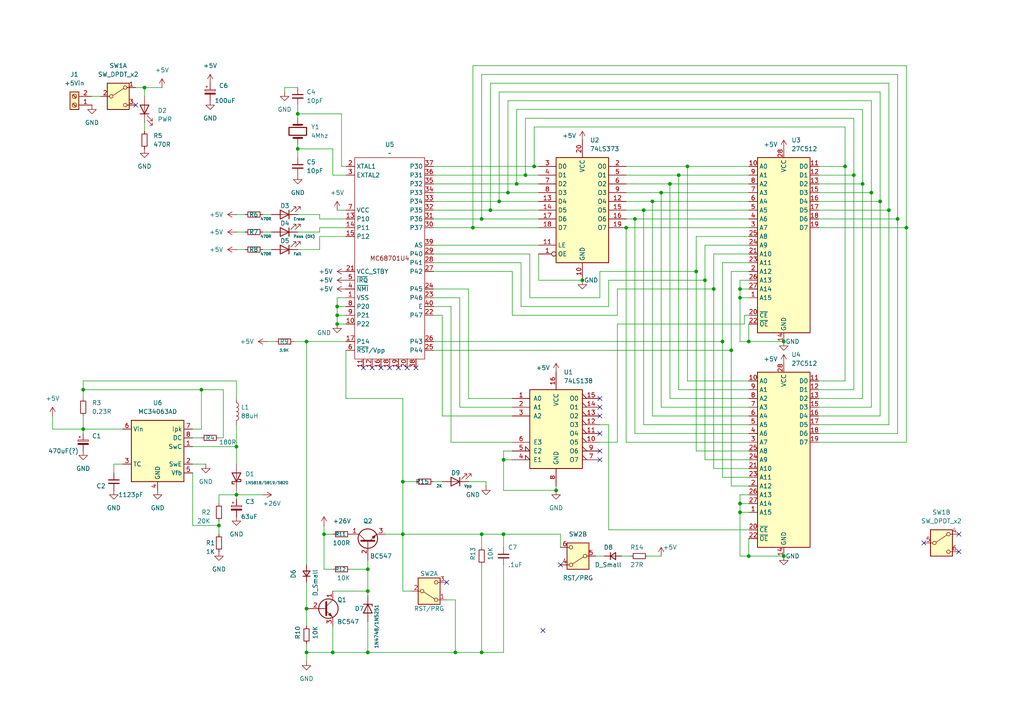
<source format=kicad_sch>
(kicad_sch (version 20231120) (generator "eeschema") (generator_version "8.0")
  (paper "A4")
  (title_block (title "MC68701U4 Programmer") (date "2024-12-07") (rev "0.8"))
  (junction (at 63.5 152.4))
  (junction (at 68.58 129.54))
  (junction (at 142.24 60.96))
  (junction (at 24.13 113.03))
  (junction (at 161.29 142.24))
  (junction (at 260.35 63.5))
  (junction (at 217.17 161.29))
  (junction (at 209.55 99.06))
  (junction (at 199.39 48.26))
  (junction (at 214.63 148.59))
  (junction (at 214.63 146.05))
  (junction (at 106.68 171.45))
  (junction (at 96.52 189.23))
  (junction (at 255.27 58.42))
  (junction (at 247.65 50.8))
  (junction (at 132.08 189.23))
  (junction (at 139.7 154.94))
  (junction (at 227.33 99.06))
  (junction (at 152.4 50.8))
  (junction (at 58.42 113.03))
  (junction (at 149.86 53.34))
  (junction (at 194.31 53.34))
  (junction (at 168.91 81.28))
  (junction (at 146.05 154.94))
  (junction (at 88.9 189.23))
  (junction (at 245.11 48.26))
  (junction (at 154.94 48.26))
  (junction (at 97.79 91.44))
  (junction (at 106.68 189.23))
  (junction (at 86.36 43.18))
  (junction (at 184.15 63.5))
  (junction (at 139.7 63.5))
  (junction (at 97.79 93.98))
  (junction (at 227.33 161.29))
  (junction (at 146.05 133.35))
  (junction (at 88.9 99.06))
  (junction (at 93.98 154.94))
  (junction (at 68.58 143.51))
  (junction (at 189.23 58.42))
  (junction (at 116.84 154.94))
  (junction (at 250.19 53.34))
  (junction (at 207.01 83.82))
  (junction (at 106.68 165.1))
  (junction (at 97.79 88.9))
  (junction (at 139.7 189.23))
  (junction (at 86.36 33.02))
  (junction (at 88.9 176.53))
  (junction (at 252.73 55.88))
  (junction (at 41.91 25.4))
  (junction (at 201.93 78.74))
  (junction (at 212.09 101.6))
  (junction (at 186.69 60.96))
  (junction (at 204.47 81.28))
  (junction (at 181.61 66.04))
  (junction (at 262.89 66.04))
  (junction (at 147.32 55.88))
  (junction (at 116.84 139.7))
  (junction (at 257.81 60.96))
  (junction (at 144.78 58.42))
  (junction (at 137.16 66.04))
  (junction (at 191.77 55.88))
  (junction (at 196.85 50.8))
  (junction (at 214.63 86.36))
  (junction (at 217.17 99.06))
  (junction (at 214.63 83.82))
  (junction (at 24.13 124.46))
  (no_connect (at 110.49 106.68))
  (no_connect (at 107.95 106.68))
  (no_connect (at 113.03 106.68))
  (no_connect (at 162.56 163.83))
  (no_connect (at 129.54 168.91))
  (no_connect (at 105.41 106.68))
  (no_connect (at 120.65 106.68))
  (no_connect (at 173.99 120.65))
  (no_connect (at 115.57 106.68))
  (no_connect (at 278.13 154.94))
  (no_connect (at 173.99 115.57))
  (no_connect (at 39.37 30.48))
  (no_connect (at 173.99 118.11))
  (no_connect (at 157.48 182.88))
  (no_connect (at 118.11 106.68))
  (no_connect (at 173.99 125.73))
  (no_connect (at 173.99 133.35))
  (no_connect (at 173.99 130.81))
  (no_connect (at 278.13 160.02))
  (no_connect (at 267.97 157.48))
  (wire (pts (xy 97.79 88.9) (xy 100.33 88.9)))
  (wire (pts (xy 68.58 110.49) (xy 68.58 115.57)))
  (wire (pts (xy 260.35 125.73) (xy 237.49 125.73)))
  (wire (pts (xy 212.09 101.6) (xy 212.09 140.97)))
  (wire (pts (xy 92.71 62.23) (xy 92.71 63.5)))
  (wire (pts (xy 77.47 99.06) (xy 80.01 99.06)))
  (wire (pts (xy 146.05 133.35) (xy 146.05 142.24)))
  (wire (pts (xy 86.36 25.4) (xy 82.55 25.4)))
  (wire (pts (xy 93.98 165.1) (xy 93.98 154.94)))
  (wire (pts (xy 237.49 58.42) (xy 255.27 58.42)))
  (wire (pts (xy 68.58 67.31) (xy 71.12 67.31)))
  (wire (pts (xy 68.58 142.24) (xy 68.58 143.51)))
  (wire (pts (xy 139.7 63.5) (xy 156.21 63.5)))
  (wire (pts (xy 214.63 146.05) (xy 214.63 148.59)))
  (wire (pts (xy 146.05 142.24) (xy 161.29 142.24)))
  (wire (pts (xy 130.81 128.27) (xy 148.59 128.27)))
  (wire (pts (xy 125.73 50.8) (xy 152.4 50.8)))
  (wire (pts (xy 100.33 101.6) (xy 100.33 115.57)))
  (wire (pts (xy 149.86 31.75) (xy 250.19 31.75)))
  (wire (pts (xy 179.07 93.98) (xy 215.9 93.98)))
  (wire (pts (xy 41.91 35.56) (xy 41.91 38.1)))
  (wire (pts (xy 96.52 50.8) (xy 96.52 43.18)))
  (wire (pts (xy 247.65 50.8) (xy 247.65 113.03)))
  (wire (pts (xy 33.02 134.62) (xy 33.02 137.16)))
  (wire (pts (xy 255.27 120.65) (xy 237.49 120.65)))
  (wire (pts (xy 140.97 139.7) (xy 140.97 140.97)))
  (wire (pts (xy 237.49 53.34) (xy 250.19 53.34)))
  (wire (pts (xy 63.5 152.4) (xy 63.5 154.94)))
  (wire (pts (xy 156.21 81.28) (xy 168.91 81.28)))
  (wire (pts (xy 204.47 71.12) (xy 204.47 81.28)))
  (wire (pts (xy 26.67 27.94) (xy 29.21 27.94)))
  (wire (pts (xy 106.68 162.56) (xy 106.68 165.1)))
  (wire (pts (xy 88.9 189.23) (xy 88.9 186.69)))
  (wire (pts (xy 135.89 115.57) (xy 148.59 115.57)))
  (wire (pts (xy 68.58 123.19) (xy 68.58 129.54)))
  (wire (pts (xy 100.33 50.8) (xy 96.52 50.8)))
  (wire (pts (xy 204.47 133.35) (xy 217.17 133.35)))
  (wire (pts (xy 181.61 128.27) (xy 217.17 128.27)))
  (wire (pts (xy 154.94 48.26) (xy 156.21 48.26)))
  (wire (pts (xy 237.49 55.88) (xy 252.73 55.88)))
  (wire (pts (xy 119.38 171.45) (xy 116.84 171.45)))
  (wire (pts (xy 250.19 115.57) (xy 237.49 115.57)))
  (wire (pts (xy 142.24 60.96) (xy 142.24 24.13)))
  (wire (pts (xy 96.52 165.1) (xy 93.98 165.1)))
  (wire (pts (xy 100.33 86.36) (xy 97.79 86.36)))
  (wire (pts (xy 132.08 173.99) (xy 132.08 189.23)))
  (wire (pts (xy 217.17 78.74) (xy 212.09 78.74)))
  (wire (pts (xy 125.73 63.5) (xy 139.7 63.5)))
  (wire (pts (xy 41.91 25.4) (xy 41.91 27.94)))
  (wire (pts (xy 153.67 86.36) (xy 153.67 73.66)))
  (wire (pts (xy 214.63 99.06) (xy 217.17 99.06)))
  (wire (pts (xy 214.63 86.36) (xy 214.63 99.06)))
  (wire (pts (xy 252.73 55.88) (xy 252.73 118.11)))
  (wire (pts (xy 250.19 53.34) (xy 250.19 115.57)))
  (wire (pts (xy 153.67 86.36) (xy 173.99 86.36)))
  (wire (pts (xy 173.99 78.74) (xy 173.99 86.36)))
  (wire (pts (xy 139.7 163.83) (xy 139.7 189.23)))
  (wire (pts (xy 214.63 148.59) (xy 214.63 161.29)))
  (wire (pts (xy 214.63 83.82) (xy 217.17 83.82)))
  (wire (pts (xy 257.81 24.13) (xy 257.81 60.96)))
  (wire (pts (xy 162.56 154.94) (xy 146.05 154.94)))
  (wire (pts (xy 63.5 127) (xy 64.77 127)))
  (wire (pts (xy 172.72 161.29) (xy 175.26 161.29)))
  (wire (pts (xy 181.61 60.96) (xy 186.69 60.96)))
  (wire (pts (xy 214.63 148.59) (xy 217.17 148.59)))
  (wire (pts (xy 187.96 161.29) (xy 191.77 161.29)))
  (wire (pts (xy 212.09 78.74) (xy 212.09 101.6)))
  (wire (pts (xy 99.06 48.26) (xy 100.33 48.26)))
  (wire (pts (xy 162.56 158.75) (xy 162.56 154.94)))
  (wire (pts (xy 96.52 189.23) (xy 88.9 189.23)))
  (wire (pts (xy 68.58 72.39) (xy 71.12 72.39)))
  (wire (pts (xy 146.05 163.83) (xy 146.05 189.23)))
  (wire (pts (xy 64.77 127) (xy 64.77 113.03)))
  (wire (pts (xy 201.93 78.74) (xy 173.99 78.74)))
  (wire (pts (xy 212.09 101.6) (xy 125.73 101.6)))
  (wire (pts (xy 93.98 154.94) (xy 96.52 154.94)))
  (wire (pts (xy 181.61 66.04) (xy 217.17 66.04)))
  (wire (pts (xy 217.17 68.58) (xy 201.93 68.58)))
  (wire (pts (xy 186.69 60.96) (xy 186.69 123.19)))
  (wire (pts (xy 152.4 34.29) (xy 247.65 34.29)))
  (wire (pts (xy 86.36 34.29) (xy 86.36 33.02)))
  (wire (pts (xy 15.24 120.65) (xy 15.24 124.46)))
  (wire (pts (xy 191.77 118.11) (xy 217.17 118.11)))
  (wire (pts (xy 196.85 113.03) (xy 217.17 113.03)))
  (wire (pts (xy 63.5 146.05) (xy 63.5 143.51)))
  (wire (pts (xy 139.7 63.5) (xy 139.7 21.59)))
  (wire (pts (xy 139.7 189.23) (xy 132.08 189.23)))
  (wire (pts (xy 209.55 138.43) (xy 217.17 138.43)))
  (wire (pts (xy 176.53 88.9) (xy 151.13 88.9)))
  (wire (pts (xy 86.36 67.31) (xy 92.71 67.31)))
  (wire (pts (xy 24.13 110.49) (xy 24.13 113.03)))
  (wire (pts (xy 146.05 130.81) (xy 146.05 133.35)))
  (wire (pts (xy 55.88 134.62) (xy 59.69 134.62)))
  (wire (pts (xy 179.07 93.98) (xy 179.07 128.27)))
  (wire (pts (xy 137.16 19.05) (xy 262.89 19.05)))
  (wire (pts (xy 255.27 26.67) (xy 255.27 58.42)))
  (wire (pts (xy 24.13 124.46) (xy 24.13 125.73)))
  (wire (pts (xy 144.78 58.42) (xy 156.21 58.42)))
  (wire (pts (xy 153.67 73.66) (xy 125.73 73.66)))
  (wire (pts (xy 214.63 146.05) (xy 217.17 146.05)))
  (wire (pts (xy 147.32 55.88) (xy 147.32 29.21)))
  (wire (pts (xy 24.13 124.46) (xy 35.56 124.46)))
  (wire (pts (xy 24.13 115.57) (xy 24.13 113.03)))
  (wire (pts (xy 152.4 50.8) (xy 156.21 50.8)))
  (wire (pts (xy 106.68 171.45) (xy 106.68 172.72)))
  (wire (pts (xy 68.58 62.23) (xy 71.12 62.23)))
  (wire (pts (xy 147.32 55.88) (xy 156.21 55.88)))
  (wire (pts (xy 15.24 124.46) (xy 24.13 124.46)))
  (wire (pts (xy 214.63 86.36) (xy 217.17 86.36)))
  (wire (pts (xy 207.01 135.89) (xy 217.17 135.89)))
  (wire (pts (xy 35.56 134.62) (xy 33.02 134.62)))
  (wire (pts (xy 24.13 110.49) (xy 68.58 110.49)))
  (wire (pts (xy 76.2 67.31) (xy 78.74 67.31)))
  (wire (pts (xy 99.06 33.02) (xy 99.06 48.26)))
  (wire (pts (xy 133.35 86.36) (xy 133.35 118.11)))
  (wire (pts (xy 116.84 139.7) (xy 116.84 154.94)))
  (wire (pts (xy 86.36 33.02) (xy 99.06 33.02)))
  (wire (pts (xy 217.17 73.66) (xy 207.01 73.66)))
  (wire (pts (xy 142.24 24.13) (xy 257.81 24.13)))
  (wire (pts (xy 181.61 63.5) (xy 184.15 63.5)))
  (wire (pts (xy 128.27 120.65) (xy 148.59 120.65)))
  (wire (pts (xy 217.17 99.06) (xy 227.33 99.06)))
  (wire (pts (xy 252.73 118.11) (xy 237.49 118.11)))
  (wire (pts (xy 217.17 161.29) (xy 227.33 161.29)))
  (wire (pts (xy 92.71 68.58) (xy 100.33 68.58)))
  (wire (pts (xy 148.59 130.81) (xy 146.05 130.81)))
  (wire (pts (xy 129.54 173.99) (xy 132.08 173.99)))
  (wire (pts (xy 181.61 55.88) (xy 191.77 55.88)))
  (wire (pts (xy 125.73 55.88) (xy 147.32 55.88)))
  (wire (pts (xy 194.31 53.34) (xy 217.17 53.34)))
  (wire (pts (xy 68.58 129.54) (xy 68.58 134.62)))
  (wire (pts (xy 125.73 66.04) (xy 137.16 66.04)))
  (wire (pts (xy 196.85 50.8) (xy 217.17 50.8)))
  (wire (pts (xy 128.27 91.44) (xy 125.73 91.44)))
  (wire (pts (xy 58.42 113.03) (xy 58.42 124.46)))
  (wire (pts (xy 247.65 113.03) (xy 237.49 113.03)))
  (wire (pts (xy 106.68 165.1) (xy 106.68 171.45)))
  (wire (pts (xy 262.89 66.04) (xy 262.89 128.27)))
  (wire (pts (xy 260.35 63.5) (xy 260.35 125.73)))
  (wire (pts (xy 214.63 81.28) (xy 214.63 83.82)))
  (wire (pts (xy 86.36 62.23) (xy 92.71 62.23)))
  (wire (pts (xy 111.76 154.94) (xy 116.84 154.94)))
  (wire (pts (xy 260.35 21.59) (xy 260.35 63.5)))
  (wire (pts (xy 154.94 36.83) (xy 245.11 36.83)))
  (wire (pts (xy 186.69 60.96) (xy 217.17 60.96)))
  (wire (pts (xy 186.69 123.19) (xy 217.17 123.19)))
  (wire (pts (xy 68.58 143.51) (xy 68.58 144.78)))
  (wire (pts (xy 199.39 48.26) (xy 199.39 110.49)))
  (wire (pts (xy 262.89 128.27) (xy 237.49 128.27)))
  (wire (pts (xy 215.9 93.98) (xy 215.9 91.44)))
  (wire (pts (xy 142.24 60.96) (xy 156.21 60.96)))
  (wire (pts (xy 201.93 130.81) (xy 217.17 130.81)))
  (wire (pts (xy 181.61 53.34) (xy 194.31 53.34)))
  (wire (pts (xy 207.01 73.66) (xy 207.01 83.82)))
  (wire (pts (xy 55.88 129.54) (xy 68.58 129.54)))
  (wire (pts (xy 209.55 99.06) (xy 125.73 99.06)))
  (wire (pts (xy 255.27 58.42) (xy 255.27 120.65)))
  (wire (pts (xy 139.7 21.59) (xy 260.35 21.59)))
  (wire (pts (xy 132.08 189.23) (xy 106.68 189.23)))
  (wire (pts (xy 179.07 128.27) (xy 173.99 128.27)))
  (wire (pts (xy 63.5 143.51) (xy 68.58 143.51)))
  (wire (pts (xy 106.68 189.23) (xy 96.52 189.23)))
  (wire (pts (xy 149.86 53.34) (xy 156.21 53.34)))
  (wire (pts (xy 214.63 143.51) (xy 214.63 146.05)))
  (wire (pts (xy 125.73 88.9) (xy 130.81 88.9)))
  (wire (pts (xy 93.98 152.4) (xy 93.98 154.94)))
  (wire (pts (xy 24.13 113.03) (xy 58.42 113.03)))
  (wire (pts (xy 257.81 60.96) (xy 257.81 123.19)))
  (wire (pts (xy 245.11 36.83) (xy 245.11 48.26)))
  (wire (pts (xy 133.35 118.11) (xy 148.59 118.11)))
  (wire (pts (xy 181.61 48.26) (xy 199.39 48.26)))
  (wire (pts (xy 116.84 171.45) (xy 116.84 154.94)))
  (wire (pts (xy 76.2 62.23) (xy 78.74 62.23)))
  (wire (pts (xy 101.6 165.1) (xy 106.68 165.1)))
  (wire (pts (xy 146.05 189.23) (xy 139.7 189.23)))
  (wire (pts (xy 217.17 76.2) (xy 209.55 76.2)))
  (wire (pts (xy 97.79 86.36) (xy 97.79 88.9)))
  (wire (pts (xy 237.49 63.5) (xy 260.35 63.5)))
  (wire (pts (xy 181.61 66.04) (xy 181.61 128.27)))
  (wire (pts (xy 237.49 48.26) (xy 245.11 48.26)))
  (wire (pts (xy 86.36 43.18) (xy 86.36 45.72)))
  (wire (pts (xy 173.99 123.19) (xy 176.53 123.19)))
  (wire (pts (xy 137.16 66.04) (xy 156.21 66.04)))
  (wire (pts (xy 214.63 83.82) (xy 214.63 86.36)))
  (wire (pts (xy 63.5 151.13) (xy 63.5 152.4)))
  (wire (pts (xy 86.36 72.39) (xy 92.71 72.39)))
  (wire (pts (xy 116.84 115.57) (xy 116.84 139.7)))
  (wire (pts (xy 76.2 72.39) (xy 78.74 72.39)))
  (wire (pts (xy 194.31 53.34) (xy 194.31 115.57)))
  (wire (pts (xy 207.01 83.82) (xy 179.07 83.82)))
  (wire (pts (xy 137.16 66.04) (xy 137.16 19.05)))
  (wire (pts (xy 237.49 66.04) (xy 262.89 66.04)))
  (wire (pts (xy 189.23 120.65) (xy 217.17 120.65)))
  (wire (pts (xy 130.81 88.9) (xy 130.81 128.27)))
  (wire (pts (xy 125.73 53.34) (xy 149.86 53.34)))
  (wire (pts (xy 212.09 140.97) (xy 217.17 140.97)))
  (wire (pts (xy 39.37 25.4) (xy 41.91 25.4)))
  (wire (pts (xy 100.33 115.57) (xy 116.84 115.57)))
  (wire (pts (xy 100.33 91.44) (xy 97.79 91.44)))
  (wire (pts (xy 125.73 60.96) (xy 142.24 60.96)))
  (wire (pts (xy 125.73 139.7) (xy 128.27 139.7)))
  (wire (pts (xy 24.13 120.65) (xy 24.13 124.46)))
  (wire (pts (xy 189.23 58.42) (xy 217.17 58.42)))
  (wire (pts (xy 252.73 29.21) (xy 252.73 55.88)))
  (wire (pts (xy 201.93 78.74) (xy 201.93 130.81)))
  (wire (pts (xy 92.71 66.04) (xy 100.33 66.04)))
  (wire (pts (xy 184.15 63.5) (xy 184.15 125.73)))
  (wire (pts (xy 191.77 55.88) (xy 217.17 55.88)))
  (wire (pts (xy 135.89 83.82) (xy 135.89 115.57)))
  (wire (pts (xy 154.94 48.26) (xy 154.94 36.83)))
  (wire (pts (xy 144.78 26.67) (xy 255.27 26.67)))
  (wire (pts (xy 100.33 93.98) (xy 97.79 93.98)))
  (wire (pts (xy 181.61 50.8) (xy 196.85 50.8)))
  (wire (pts (xy 92.71 63.5) (xy 100.33 63.5)))
  (wire (pts (xy 146.05 158.75) (xy 146.05 154.94)))
  (wire (pts (xy 151.13 76.2) (xy 125.73 76.2)))
  (wire (pts (xy 201.93 68.58) (xy 201.93 78.74)))
  (wire (pts (xy 148.59 91.44) (xy 148.59 78.74)))
  (wire (pts (xy 181.61 58.42) (xy 189.23 58.42)))
  (wire (pts (xy 97.79 93.98) (xy 97.79 91.44)))
  (wire (pts (xy 97.79 60.96) (xy 100.33 60.96)))
  (wire (pts (xy 86.36 41.91) (xy 86.36 43.18)))
  (wire (pts (xy 92.71 67.31) (xy 92.71 66.04)))
  (wire (pts (xy 76.2 143.51) (xy 68.58 143.51)))
  (wire (pts (xy 217.17 71.12) (xy 204.47 71.12)))
  (wire (pts (xy 96.52 43.18) (xy 86.36 43.18)))
  (wire (pts (xy 55.88 152.4) (xy 63.5 152.4)))
  (wire (pts (xy 125.73 48.26) (xy 154.94 48.26)))
  (wire (pts (xy 179.07 83.82) (xy 179.07 91.44)))
  (wire (pts (xy 204.47 81.28) (xy 176.53 81.28)))
  (wire (pts (xy 146.05 133.35) (xy 148.59 133.35)))
  (wire (pts (xy 88.9 99.06) (xy 100.33 99.06)))
  (wire (pts (xy 191.77 55.88) (xy 191.77 118.11)))
  (wire (pts (xy 199.39 48.26) (xy 217.17 48.26)))
  (wire (pts (xy 189.23 58.42) (xy 189.23 120.65)))
  (wire (pts (xy 88.9 176.53) (xy 88.9 181.61)))
  (wire (pts (xy 55.88 137.16) (xy 55.88 152.4)))
  (wire (pts (xy 209.55 76.2) (xy 209.55 99.06)))
  (wire (pts (xy 88.9 99.06) (xy 88.9 163.83)))
  (wire (pts (xy 250.19 31.75) (xy 250.19 53.34)))
  (wire (pts (xy 148.59 78.74) (xy 125.73 78.74)))
  (wire (pts (xy 217.17 143.51) (xy 214.63 143.51)))
  (wire (pts (xy 217.17 156.21) (xy 217.17 161.29)))
  (wire (pts (xy 196.85 50.8) (xy 196.85 113.03)))
  (wire (pts (xy 152.4 50.8) (xy 152.4 34.29)))
  (wire (pts (xy 106.68 180.34) (xy 106.68 189.23)))
  (wire (pts (xy 64.77 113.03) (xy 58.42 113.03)))
  (wire (pts (xy 88.9 191.77) (xy 88.9 189.23)))
  (wire (pts (xy 176.53 153.67) (xy 217.17 153.67)))
  (wire (pts (xy 116.84 139.7) (xy 120.65 139.7)))
  (wire (pts (xy 135.89 139.7) (xy 140.97 139.7)))
  (wire (pts (xy 184.15 63.5) (xy 217.17 63.5)))
  (wire (pts (xy 151.13 88.9) (xy 151.13 76.2)))
  (wire (pts (xy 179.07 91.44) (xy 148.59 91.44)))
  (wire (pts (xy 149.86 53.34) (xy 149.86 31.75)))
  (wire (pts (xy 86.36 30.48) (xy 86.36 33.02)))
  (wire (pts (xy 209.55 99.06) (xy 209.55 138.43)))
  (wire (pts (xy 58.42 124.46) (xy 55.88 124.46)))
  (wire (pts (xy 245.11 48.26) (xy 245.11 110.49)))
  (wire (pts (xy 97.79 91.44) (xy 97.79 88.9)))
  (wire (pts (xy 199.39 110.49) (xy 217.17 110.49)))
  (wire (pts (xy 184.15 125.73) (xy 217.17 125.73)))
  (wire (pts (xy 237.49 50.8) (xy 247.65 50.8)))
  (wire (pts (xy 176.53 123.19) (xy 176.53 153.67)))
  (wire (pts (xy 156.21 73.66) (xy 156.21 81.28)))
  (wire (pts (xy 147.32 29.21) (xy 252.73 29.21)))
  (wire (pts (xy 92.71 72.39) (xy 92.71 68.58)))
  (wire (pts (xy 146.05 154.94) (xy 139.7 154.94)))
  (wire (pts (xy 139.7 158.75) (xy 139.7 154.94)))
  (wire (pts (xy 55.88 127) (xy 58.42 127)))
  (wire (pts (xy 125.73 71.12) (xy 156.21 71.12)))
  (wire (pts (xy 128.27 91.44) (xy 128.27 120.65)))
  (wire (pts (xy 215.9 91.44) (xy 217.17 91.44)))
  (wire (pts (xy 88.9 168.91) (xy 88.9 176.53)))
  (wire (pts (xy 180.34 161.29) (xy 182.88 161.29)))
  (wire (pts (xy 125.73 58.42) (xy 144.78 58.42)))
  (wire (pts (xy 237.49 60.96) (xy 257.81 60.96)))
  (wire (pts (xy 247.65 34.29) (xy 247.65 50.8)))
  (wire (pts (xy 161.29 142.24) (xy 161.29 140.97)))
  (wire (pts (xy 96.52 181.61) (xy 96.52 189.23)))
  (wire (pts (xy 245.11 110.49) (xy 237.49 110.49)))
  (wire (pts (xy 125.73 83.82) (xy 135.89 83.82)))
  (wire (pts (xy 96.52 171.45) (xy 106.68 171.45)))
  (wire (pts (xy 82.55 25.4) (xy 82.55 26.67)))
  (wire (pts (xy 214.63 161.29) (xy 217.17 161.29)))
  (wire (pts (xy 262.89 19.05) (xy 262.89 66.04)))
  (wire (pts (xy 139.7 154.94) (xy 116.84 154.94)))
  (wire (pts (xy 217.17 81.28) (xy 214.63 81.28)))
  (wire (pts (xy 125.73 86.36) (xy 133.35 86.36)))
  (wire (pts (xy 41.91 25.4) (xy 46.99 25.4)))
  (wire (pts (xy 194.31 115.57) (xy 217.17 115.57)))
  (wire (pts (xy 144.78 58.42) (xy 144.78 26.67)))
  (wire (pts (xy 207.01 83.82) (xy 207.01 135.89)))
  (wire (pts (xy 176.53 81.28) (xy 176.53 88.9)))
  (wire (pts (xy 257.81 123.19) (xy 237.49 123.19)))
  (wire (pts (xy 217.17 93.98) (xy 217.17 99.06)))
  (wire (pts (xy 85.09 99.06) (xy 88.9 99.06)))
  (wire (pts (xy 204.47 81.28) (xy 204.47 133.35)))
  (symbol (lib_id "Device:C_Polarized_Small") (at 24.13 128.27 0) (unit 1)
    (property "Reference" "C1" (at 26.67 126.4538 0) (effects (justify left)))
    (property "Value" "470uF(?)" (at 13.97 130.81 0) (effects (justify left)))
    (property "Footprint" "Capacitor_THT:CP_Radial_D5.0mm_P2.50mm" (effects (hide yes)))
    (property "Description" "Polarized capacitor, small symbol" (effects (hide yes)))
  )
  (symbol (lib_id "Device:LED") (at 132.08 139.7 180) (unit 1)
    (property "Reference" "D9" (at 130.81 137.16 0) (effects (justify right)))
    (property "Value" "Vpp" (at 134.62 140.97 0) (effects (font (size 0.8 0.8)) (justify right)))
    (property "Footprint" "LED_THT:LED_D5.0mm" (effects (hide yes)))
    (property "Description" "Light emitting diode" (effects (hide yes)))
  )
  (symbol (lib_id "Device:L") (at 68.58 119.38 0) (unit 1)
    (property "Reference" "L1" (at 69.85 118.1099 0) (effects (justify left)))
    (property "Value" "88uH" (at 69.85 120.6499 0) (effects (justify left)))
    (property "Footprint" "footprints:IND_FIT68-1" (effects (hide yes)))
    (property "Description" "Inductor" (effects (hide yes)))
  )
  (symbol (lib_id "power:GND") (at 59.69 134.62 0) (unit 1)
    (property "Reference" "#PWR03" (effects (hide yes)))
    (property "Value" "GND" (at 59.69 139.7 0))
    (property "Description" "Power symbol creates a global label with name \"GND\" , ground" (effects (hide yes)))
  )
  (symbol (lib_id "power:+24V") (at 76.2 143.51 270) (unit 1)
    (property "Reference" "#PWR07" (effects (hide yes)))
    (property "Value" "+26V" (at 76.2 146.05 90) (effects (justify left)))
    (property "Description" "Power symbol creates a global label with name \"+24V\"" (effects (hide yes)))
  )
  (symbol (lib_id "Device:R_Small") (at 82.55 99.06 90) (unit 1)
    (property "Reference" "R9" (at 83.82 99.06 90) (effects (justify left)))
    (property "Value" "3.9K" (at 83.82 101.6 90) (effects (font (size 0.8 0.8)) (justify left)))
    (property "Footprint" "Resistor_THT:R_Axial_DIN0207_L6.3mm_D2.5mm_P10.16mm_Horizontal" (effects (hide yes)))
    (property "Description" "Resistor, small symbol" (effects (hide yes)))
  )
  (symbol (lib_id "Device:R_Small") (at 60.96 127 90) (unit 1)
    (property "Reference" "R4" (at 60.96 127 90))
    (property "Value" "180R" (at 66.04 128.27 90) (effects (font (size 1.25 1.25))))
    (property "Footprint" "Resistor_THT:R_Axial_DIN0207_L6.3mm_D2.5mm_P10.16mm_Horizontal" (effects (hide yes)))
    (property "Description" "Resistor, small symbol" (effects (hide yes)))
  )
  (symbol (lib_id "power:+5V") (at 60.96 24.13 0) (unit 1)
    (property "Reference" "#PWR024" (effects (hide yes)))
    (property "Value" "+5V" (at 60.96 19.05 0))
    (property "Description" "Power symbol creates a global label with name \"+5V\"" (effects (hide yes)))
  )
  (symbol (lib_id "Device:C_Small") (at 86.36 27.94 0) (unit 1)
    (property "Reference" "C4" (at 88.9 26.6762 0) (effects (justify left)))
    (property "Value" "10pF" (at 88.9 29.2162 0) (effects (justify left)))
    (property "Footprint" "Capacitor_THT:C_Disc_D3.0mm_W2.0mm_P2.50mm" (effects (hide yes)))
    (property "Description" "Unpolarized capacitor, small symbol" (effects (hide yes)))
  )
  (symbol (lib_id "power:GND") (at 24.13 130.81 0) (unit 1)
    (property "Reference" "#PWR01" (effects (hide yes)))
    (property "Value" "GND" (at 24.13 135.89 0))
    (property "Description" "Power symbol creates a global label with name \"GND\" , ground" (effects (hide yes)))
  )
  (symbol (lib_id "power:GND") (at 86.36 50.8 0) (unit 1)
    (property "Reference" "#PWR018" (effects (hide yes)))
    (property "Value" "GND" (at 86.36 55.88 0))
    (property "Description" "Power symbol creates a global label with name \"GND\" , ground" (effects (hide yes)))
  )
  (symbol (lib_id "power:+5V") (at 100.33 81.28 90) (unit 1)
    (property "Reference" "#PWR030" (effects (hide yes)))
    (property "Value" "+5V" (at 96.52 81.2799 90) (effects (justify left)))
    (property "Description" "Power symbol creates a global label with name \"+5V\"" (effects (hide yes)))
  )
  (symbol (lib_id "power:+5V") (at 15.24 120.65 0) (unit 1)
    (property "Reference" "#PWR02" (effects (hide yes)))
    (property "Value" "+5V" (at 15.24 115.57 0))
    (property "Description" "Power symbol creates a global label with name \"+5V\"" (effects (hide yes)))
  )
  (symbol (lib_id "power:GND") (at 227.33 99.06 0) (unit 1)
    (property "Reference" "#PWR013" (effects (hide yes)))
    (property "Value" "GND" (at 229.87 99.06 0))
    (property "Description" "Power symbol creates a global label with name \"GND\" , ground" (effects (hide yes)))
  )
  (symbol (lib_id "power:+5V") (at 168.91 40.64 0) (unit 1)
    (property "Reference" "#PWR012" (effects (hide yes)))
    (property "Value" "+5V" (at 165.1 39.37 0))
    (property "Description" "Power symbol creates a global label with name \"+5V\"" (effects (hide yes)))
  )
  (symbol (lib_id "Device:R_Small") (at 63.5 148.59 0) (unit 1)
    (property "Reference" "R2" (at 58.42 148.59 0) (effects (justify left)))
    (property "Value" "20K" (at 57.15 151.13 0) (effects (justify left)))
    (property "Footprint" "Resistor_THT:R_Axial_DIN0207_L6.3mm_D2.5mm_P10.16mm_Horizontal" (effects (hide yes)))
    (property "Description" "Resistor, small symbol" (effects (hide yes)))
  )
  (symbol (lib_id "power:GND") (at 33.02 142.24 0) (unit 1)
    (property "Reference" "#PWR04" (effects (hide yes)))
    (property "Value" "GND" (at 33.02 147.32 0))
    (property "Description" "Power symbol creates a global label with name \"GND\" , ground" (effects (hide yes)))
  )
  (symbol (lib_id "Device:D_Zener") (at 106.68 176.53 270) (unit 1)
    (property "Reference" "D7" (at 102.87 176.53 90) (effects (justify left)))
    (property "Value" "1N4748/1N5251" (at 109.22 175.26 0) (effects (font (size 1 1)) (justify left)))
    (property "Footprint" "Diode_THT:D_DO-34_SOD68_P7.62mm_Horizontal" (effects (hide yes)))
    (property "Description" "Zener diode" (effects (hide yes)))
  )
  (symbol (lib_id "power:GND") (at 26.67 30.48 0) (unit 1)
    (property "Reference" "#PWR020" (effects (hide yes)))
    (property "Value" "GND" (at 26.67 35.56 0))
    (property "Description" "Power symbol creates a global label with name \"GND\" , ground" (effects (hide yes)))
  )
  (symbol (lib_id "Switch:SW_DPDT_x2") (at 34.29 27.94 0) (unit 1)
    (property "Reference" "SW1" (at 34.29 19.05 0))
    (property "Value" "SW_DPDT_x2" (at 34.29 21.59 0))
    (property "Footprint" "footprints:SW_GF-126-0159" (effects (hide yes)))
    (property "Description" "Switch, dual pole double throw, separate symbols" (effects (hide yes)))
  )
  (symbol (lib_id "power:GND") (at 68.58 149.86 0) (unit 1)
    (property "Reference" "#PWR06" (effects (hide yes)))
    (property "Value" "GND" (at 68.58 154.94 0))
    (property "Description" "Power symbol creates a global label with name \"GND\" , ground" (effects (hide yes)))
  )
  (symbol (lib_id "Device:R_Small") (at 99.06 154.94 90) (unit 1)
    (property "Reference" "R11" (at 100.33 154.94 90) (effects (font (size 1 1)) (justify left)))
    (property "Value" "100R" (at 101.6 157.48 90) (effects (justify left)))
    (property "Footprint" "Resistor_THT:R_Axial_DIN0207_L6.3mm_D2.5mm_P10.16mm_Horizontal" (effects (hide yes)))
    (property "Description" "Resistor, small symbol" (effects (hide yes)))
  )
  (symbol (lib_id "Device:C_Polarized_Small") (at 60.96 26.67 0) (unit 1)
    (property "Reference" "C6" (at 63.5 24.8538 0) (effects (justify left)))
    (property "Value" "100uF" (at 62.23 29.21 0) (effects (justify left)))
    (property "Footprint" "Capacitor_THT:CP_Radial_D5.0mm_P2.50mm" (effects (hide yes)))
    (property "Description" "Polarized capacitor, small symbol" (effects (hide yes)))
  )
  (symbol (lib_id "Device:R_Small") (at 24.13 118.11 0) (unit 1)
    (property "Reference" "R3" (at 26.67 116.8399 0) (effects (justify left)))
    (property "Value" "0.23R" (at 26.67 119.3799 0) (effects (justify left)))
    (property "Footprint" "Resistor_THT:R_Axial_DIN0207_L6.3mm_D2.5mm_P10.16mm_Horizontal" (effects (hide yes)))
    (property "Description" "Resistor, small symbol" (effects (hide yes)))
  )
  (symbol (lib_id "Device:C_Small") (at 146.05 161.29 0) (unit 1)
    (property "Reference" "C7" (at 147.32 158.75 0) (effects (justify left)))
    (property "Value" ".1uF" (at 147.32 163.83 0) (effects (justify left)))
    (property "Footprint" "Capacitor_THT:C_Disc_D3.0mm_W2.0mm_P2.50mm" (effects (hide yes)))
    (property "Description" "Unpolarized capacitor, small symbol" (effects (hide yes)))
  )
  (symbol (lib_id "Memory_EPROM:27C512") (at 227.33 71.12 0) (unit 1)
    (property "Reference" "U3" (at 229.5241 40.64 0) (effects (justify left)))
    (property "Value" "27C512" (at 229.5241 43.18 0) (effects (justify left)))
    (property "Footprint" "Package_DIP:DIP-28_W15.24mm" (effects (hide yes)))
    (property "Datasheet" "http://ww1.microchip.com/downloads/en/DeviceDoc/doc0015.pdf" (effects (hide yes)))
    (property "Description" "OTP EPROM 512 KiBit" (effects (hide yes)))
  )
  (symbol (lib_id "power:+5V") (at 227.33 105.41 0) (unit 1)
    (property "Reference" "#PWR09" (effects (hide yes)))
    (property "Value" "+5V" (at 223.52 104.14 0))
    (property "Description" "Power symbol creates a global label with name \"+5V\"" (effects (hide yes)))
  )
  (symbol (lib_id "power:GND") (at 97.79 93.98 0) (unit 1)
    (property "Reference" "#PWR032" (effects (hide yes)))
    (property "Value" "GND" (at 93.98 96.52 0))
    (property "Description" "Power symbol creates a global label with name \"GND\" , ground" (effects (hide yes)))
  )
  (symbol (lib_id "power:GND") (at 168.91 81.28 0) (unit 1)
    (property "Reference" "#PWR014" (effects (hide yes)))
    (property "Value" "GND" (at 171.45 81.28 0))
    (property "Description" "Power symbol creates a global label with name \"GND\" , ground" (effects (hide yes)))
  )
  (symbol (lib_id "Device:LED") (at 82.55 67.31 180) (unit 1)
    (property "Reference" "D4" (at 81.28 64.77 0) (effects (justify right)))
    (property "Value" "Pass (OK)" (at 85.09 68.58 0) (effects (font (size 0.8 0.8)) (justify right)))
    (property "Footprint" "LED_THT:LED_D5.0mm" (effects (hide yes)))
    (property "Description" "Light emitting diode" (effects (hide yes)))
  )
  (symbol (lib_id "Memory_EPROM:27C512") (at 227.33 133.35 0) (unit 1)
    (property "Reference" "U4" (at 229.5241 102.87 0) (effects (justify left)))
    (property "Value" "27C512" (at 229.5241 105.41 0) (effects (justify left)))
    (property "Footprint" "Package_DIP:DIP-28_W15.24mm" (effects (hide yes)))
    (property "Datasheet" "http://ww1.microchip.com/downloads/en/DeviceDoc/doc0015.pdf" (effects (hide yes)))
    (property "Description" "OTP EPROM 512 KiBit" (effects (hide yes)))
  )
  (symbol (lib_id "Device:R_Small") (at 73.66 62.23 90) (unit 1)
    (property "Reference" "R6" (at 74.93 62.23 90) (effects (justify left)))
    (property "Value" "470R" (at 78.74 63.5 90) (effects (font (size 0.8 0.8)) (justify left)))
    (property "Footprint" "Resistor_THT:R_Axial_DIN0207_L6.3mm_D2.5mm_P10.16mm_Horizontal" (effects (hide yes)))
    (property "Description" "Resistor, small symbol" (effects (hide yes)))
  )
  (symbol (lib_id "Device:C_Small") (at 33.02 139.7 0) (unit 1)
    (property "Reference" "C2" (at 27.94 140.97 0) (effects (justify left)))
    (property "Value" "1123pF" (at 34.29 143.51 0) (effects (justify left)))
    (property "Footprint" "Capacitor_THT:C_Disc_D3.0mm_W2.0mm_P2.50mm" (effects (hide yes)))
    (property "Description" "Unpolarized capacitor, small symbol" (effects (hide yes)))
  )
  (symbol (lib_id "Device:R_Small") (at 73.66 72.39 90) (unit 1)
    (property "Reference" "R8" (at 74.93 72.39 90) (effects (justify left)))
    (property "Value" "470R" (at 78.74 73.66 90) (effects (font (size 0.8 0.8)) (justify left)))
    (property "Footprint" "Resistor_THT:R_Axial_DIN0207_L6.3mm_D2.5mm_P10.16mm_Horizontal" (effects (hide yes)))
    (property "Description" "Resistor, small symbol" (effects (hide yes)))
  )
  (symbol (lib_id "Device:R_Small") (at 139.7 161.29 0) (unit 1)
    (property "Reference" "R13" (at 137.16 162.56 90) (effects (justify left)))
    (property "Value" "10K" (at 142.24 162.56 90) (effects (justify left)))
    (property "Footprint" "Resistor_THT:R_Axial_DIN0207_L6.3mm_D2.5mm_P10.16mm_Horizontal" (effects (hide yes)))
    (property "Description" "Resistor, small symbol" (effects (hide yes)))
  )
  (symbol (lib_id "power:GND") (at 63.5 160.02 0) (unit 1)
    (property "Reference" "#PWR08" (effects (hide yes)))
    (property "Value" "GND" (at 63.5 165.1 0))
    (property "Description" "Power symbol creates a global label with name \"GND\" , ground" (effects (hide yes)))
  )
  (symbol (lib_id "Device:R_Small") (at 88.9 184.15 0) (unit 1)
    (property "Reference" "R10" (at 86.36 185.42 90) (effects (justify left)))
    (property "Value" "10K" (at 91.44 185.42 90) (effects (justify left)))
    (property "Footprint" "Resistor_THT:R_Axial_DIN0207_L6.3mm_D2.5mm_P10.16mm_Horizontal" (effects (hide yes)))
    (property "Description" "Resistor, small symbol" (effects (hide yes)))
  )
  (symbol (lib_id "power:+5V") (at 68.58 72.39 90) (unit 1)
    (property "Reference" "#PWR028" (effects (hide yes)))
    (property "Value" "+5V" (at 64.77 72.3899 90) (effects (justify left)))
    (property "Description" "Power symbol creates a global label with name \"+5V\"" (effects (hide yes)))
  )
  (symbol (lib_id "power:GND") (at 161.29 142.24 0) (unit 1)
    (property "Reference" "#PWR015" (effects (hide yes)))
    (property "Value" "GND" (at 161.29 147.32 0))
    (property "Description" "Power symbol creates a global label with name \"GND\" , ground" (effects (hide yes)))
  )
  (symbol (lib_id "power:+5V") (at 161.29 107.95 0) (unit 1)
    (property "Reference" "#PWR011" (effects (hide yes)))
    (property "Value" "+5V" (at 157.48 106.68 0))
    (property "Description" "Power symbol creates a global label with name \"+5V\"" (effects (hide yes)))
  )
  (symbol (lib_id "Device:LED") (at 41.91 31.75 90) (unit 1)
    (property "Reference" "D2" (at 45.72 32.0674 90) (effects (justify right)))
    (property "Value" "PWR" (at 45.72 34.6074 90) (effects (justify right)))
    (property "Footprint" "LED_THT:LED_D5.0mm_Clear" (effects (hide yes)))
    (property "Description" "Light emitting diode" (effects (hide yes)))
  )
  (symbol (lib_id "power:+5V") (at 97.79 60.96 0) (unit 1)
    (property "Reference" "#PWR022" (effects (hide yes)))
    (property "Value" "+5V" (at 97.79 55.88 0))
    (property "Description" "Power symbol creates a global label with name \"+5V\"" (effects (hide yes)))
  )
  (symbol (lib_id "power:GND") (at 227.33 161.29 0) (unit 1)
    (property "Reference" "#PWR016" (effects (hide yes)))
    (property "Value" "GND" (at 229.87 161.29 0))
    (property "Description" "Power symbol creates a global label with name \"GND\" , ground" (effects (hide yes)))
  )
  (symbol (lib_id "Device:D_Small") (at 88.9 166.37 90) (unit 1)
    (property "Reference" "D6" (at 85.09 165.1 0) (effects (justify right)))
    (property "Value" "D_Small" (at 91.44 165.1 0) (effects (justify right)))
    (property "Footprint" "Diode_THT:D_DO-34_SOD68_P7.62mm_Horizontal" (effects (hide yes)))
    (property "Description" "Diode, small symbol" (effects (hide yes)))
    (property "Sim.Device" "D" (effects (hide yes)))
    (property "Sim.Pins" "1=K 2=A" (effects (hide yes)))
  )
  (symbol (lib_id "power:GND") (at 82.55 26.67 0) (unit 1)
    (property "Reference" "#PWR019" (effects (hide yes)))
    (property "Value" "GND" (at 82.55 31.75 0))
    (property "Description" "Power symbol creates a global label with name \"GND\" , ground" (effects (hide yes)))
  )
  (symbol (lib_id "power:GND") (at 60.96 29.21 0) (unit 1)
    (property "Reference" "#PWR023" (effects (hide yes)))
    (property "Value" "GND" (at 60.96 34.29 0))
    (property "Description" "Power symbol creates a global label with name \"GND\" , ground" (effects (hide yes)))
  )
  (symbol (lib_id "Switch:SW_DPDT_x2") (at 167.64 161.29 180) (unit 2)
    (property "Reference" "SW2" (at 167.64 154.94 0))
    (property "Value" "RST/PRG" (at 167.64 167.64 0))
    (property "Footprint" "footprints:SW_GF-126-0159" (effects (hide yes)))
    (property "Description" "Switch, dual pole double throw, separate symbols" (effects (hide yes)))
  )
  (symbol (lib_id "power:+5V") (at 100.33 83.82 90) (unit 1)
    (property "Reference" "#PWR031" (effects (hide yes)))
    (property "Value" "+5V" (at 96.52 83.8199 90) (effects (justify left)))
    (property "Description" "Power symbol creates a global label with name \"+5V\"" (effects (hide yes)))
  )
  (symbol (lib_id "Device:D_Schottky") (at 68.58 138.43 90) (unit 1)
    (property "Reference" "D1" (at 71.12 137.4774 90) (effects (justify right)))
    (property "Value" "1N5818/5819/5820" (at 71.12 140.0175 90) (effects (font (size 0.8 0.8)) (justify right)))
    (property "Footprint" "Diode_THT:D_DO-34_SOD68_P7.62mm_Horizontal" (effects (hide yes)))
    (property "Description" "Schottky diode" (effects (hide yes)))
  )
  (symbol (lib_id "Device:R_Small") (at 41.91 40.64 0) (unit 1)
    (property "Reference" "R5" (at 44.45 39.3699 0) (effects (justify left)))
    (property "Value" "470R" (at 44.45 41.9099 0) (effects (justify left)))
    (property "Footprint" "Resistor_THT:R_Axial_DIN0207_L6.3mm_D2.5mm_P10.16mm_Horizontal" (effects (hide yes)))
    (property "Description" "Resistor, small symbol" (effects (hide yes)))
  )
  (symbol (lib_id "Switch:SW_DPDT_x2") (at 273.05 157.48 0) (unit 2)
    (property "Reference" "SW1" (at 273.05 148.59 0))
    (property "Value" "SW_DPDT_x2" (at 273.05 151.13 0))
    (property "Footprint" "footprints:SW_GF-126-0159" (effects (hide yes)))
    (property "Description" "Switch, dual pole double throw, separate symbols" (effects (hide yes)))
  )
  (symbol (lib_id "power:GND") (at 88.9 191.77 0) (unit 1)
    (property "Reference" "#PWR034" (effects (hide yes)))
    (property "Value" "GND" (at 88.9 196.85 0))
    (property "Description" "Power symbol creates a global label with name \"GND\" , ground" (effects (hide yes)))
  )
  (symbol (lib_id "power:+5V") (at 46.99 25.4 0) (unit 1)
    (property "Reference" "#PWR021" (effects (hide yes)))
    (property "Value" "+5V" (at 46.99 20.32 0))
    (property "Description" "Power symbol creates a global label with name \"+5V\"" (effects (hide yes)))
  )
  (symbol (lib_id "power:+5V") (at 227.33 43.18 0) (unit 1)
    (property "Reference" "#PWR010" (effects (hide yes)))
    (property "Value" "+5V" (at 223.52 41.91 0))
    (property "Description" "Power symbol creates a global label with name \"+5V\"" (effects (hide yes)))
  )
  (symbol (lib_id "Device:R_Small") (at 99.06 165.1 90) (unit 1)
    (property "Reference" "R12" (at 100.33 165.1 90) (effects (font (size 1 1)) (justify left)))
    (property "Value" "10K" (at 101.6 167.64 90) (effects (justify left)))
    (property "Footprint" "Resistor_THT:R_Axial_DIN0207_L6.3mm_D2.5mm_P10.16mm_Horizontal" (effects (hide yes)))
    (property "Description" "Resistor, small symbol" (effects (hide yes)))
  )
  (symbol (lib_id "power:GND") (at 41.91 43.18 0) (unit 1)
    (property "Reference" "#PWR025" (effects (hide yes)))
    (property "Value" "GND" (at 41.91 48.26 0))
    (property "Description" "Power symbol creates a global label with name \"GND\" , ground" (effects (hide yes)))
  )
  (symbol (lib_id "Device:R_Small") (at 63.5 157.48 0) (unit 1)
    (property "Reference" "R1" (at 59.69 157.48 0) (effects (justify left)))
    (property "Value" "1K" (at 59.69 160.02 0) (effects (justify left)))
    (property "Footprint" "Resistor_THT:R_Axial_DIN0207_L6.3mm_D2.5mm_P10.16mm_Horizontal" (effects (hide yes)))
    (property "Description" "Resistor, small symbol" (effects (hide yes)))
  )
  (symbol (lib_id "Device:LED") (at 82.55 72.39 180) (unit 1)
    (property "Reference" "D5" (at 81.28 69.85 0) (effects (justify right)))
    (property "Value" "Fail" (at 85.09 73.66 0) (effects (font (size 0.8 0.8)) (justify right)))
    (property "Footprint" "LED_THT:LED_D5.0mm" (effects (hide yes)))
    (property "Description" "Light emitting diode" (effects (hide yes)))
  )
  (symbol (lib_id "Transistor_BJT:BC547") (at 93.98 176.53 0) (unit 1)
    (property "Reference" "Q1" (at 97.79 173.99 0) (effects (justify left)))
    (property "Value" "BC547" (at 97.79 180.34 0) (effects (justify left)))
    (property "Footprint" "Package_TO_SOT_THT:TO-92_HandSolder" (effects (hide yes)))
    (property "Datasheet" "https://www.onsemi.com/pub/Collateral/BC550-D.pdf" (effects (hide yes)))
    (property "Description" "0.1A Ic, 45V Vce, Small Signal NPN Transistor, TO-92" (effects (hide yes)))
  )
  (symbol (lib_id "power:GND") (at 45.72 142.24 0) (unit 1)
    (property "Reference" "#PWR05" (effects (hide yes)))
    (property "Value" "GND" (at 45.72 147.32 0))
    (property "Description" "Power symbol creates a global label with name \"GND\" , ground" (effects (hide yes)))
  )
  (symbol (lib_id "Device:C_Small") (at 86.36 48.26 0) (unit 1)
    (property "Reference" "C5" (at 88.9 46.9962 0) (effects (justify left)))
    (property "Value" "10pF" (at 88.9 49.5362 0) (effects (justify left)))
    (property "Footprint" "Capacitor_THT:C_Disc_D3.0mm_W2.0mm_P2.50mm" (effects (hide yes)))
    (property "Description" "Unpolarized capacitor, small symbol" (effects (hide yes)))
  )
  (symbol (lib_id "Device:Crystal") (at 86.36 38.1 90) (unit 1)
    (property "Reference" "Y1" (at 90.17 36.8299 90) (effects (justify right)))
    (property "Value" "4Mhz" (at 90.17 39.3699 90) (effects (justify right)))
    (property "Footprint" "Crystal:Crystal_HC50_Vertical" (effects (hide yes)))
    (property "Description" "Two pin crystal" (effects (hide yes)))
  )
  (symbol (lib_id "Connector:Screw_Terminal_01x02") (at 21.59 30.48 180) (unit 1)
    (property "Reference" "J1" (at 21.59 21.59 0))
    (property "Value" "+5Vin" (at 21.59 24.13 0))
    (property "Footprint" "TerminalBlock:TerminalBlock_bornier-2_P5.08mm" (effects (hide yes)))
    (property "Description" "Generic screw terminal, single row, 01x02, script generated (kicad-library-utils/schlib/autogen/connector/)" (effects (hide yes)))
  )
  (symbol (lib_id "Device:D_Small") (at 177.8 161.29 0) (unit 1)
    (property "Reference" "D8" (at 177.8 158.75 0) (effects (justify right)))
    (property "Value" "D_Small" (at 180.34 163.83 0) (effects (justify right)))
    (property "Footprint" "Diode_THT:D_DO-34_SOD68_P7.62mm_Horizontal" (effects (hide yes)))
    (property "Description" "Diode, small symbol" (effects (hide yes)))
    (property "Sim.Device" "D" (effects (hide yes)))
    (property "Sim.Pins" "1=K 2=A" (effects (hide yes)))
  )
  (symbol (lib_id "Switch:SW_DPDT_x2") (at 124.46 171.45 0) (mirror x) (unit 1)
    (property "Reference" "SW2" (at 124.46 166.37 0))
    (property "Value" "RST/PRG" (at 124.46 176.53 0))
    (property "Footprint" "footprints:SW_GF-126-0159" (effects (hide yes)))
    (property "Description" "Switch, dual pole double throw, separate symbols" (effects (hide yes)))
  )
  (symbol (lib_id "power:GND") (at 140.97 140.97 0) (unit 1)
    (property "Reference" "#PWR037" (effects (hide yes)))
    (property "Value" "GND" (at 137.16 143.51 0))
    (property "Description" "Power symbol creates a global label with name \"GND\" , ground" (effects (hide yes)))
  )
  (symbol (lib_id "Transistor_BJT:BC547") (at 106.68 157.48 90) (unit 1)
    (property "Reference" "Q2" (at 106.68 151.13 90))
    (property "Value" "BC547" (at 110.49 161.29 90))
    (property "Footprint" "Package_TO_SOT_THT:TO-92_HandSolder" (effects (hide yes)))
    (property "Datasheet" "https://www.onsemi.com/pub/Collateral/BC550-D.pdf" (effects (hide yes)))
    (property "Description" "0.1A Ic, 45V Vce, Small Signal NPN Transistor, TO-92" (effects (hide yes)))
  )
  (symbol (lib_id "Regulator_Switching:MC34063AD") (at 45.72 129.54 0) (unit 1)
    (property "Reference" "U6" (at 45.72 116.84 0))
    (property "Value" "MC34063AD" (at 45.72 119.38 0))
    (property "Footprint" "Package_SO:SOIC-8_3.9x4.9mm_P1.27mm" (effects (hide yes)))
    (property "Datasheet" "http://www.onsemi.com/pub_link/Collateral/MC34063A-D.PDF" (effects (hide yes)))
    (property "Description" "1.5A, step-up/down/inverting switching regulator, 3-40V Vin, 100kHz, SO-8" (effects (hide yes)))
  )
  (symbol (lib_id "power:+5V") (at 77.47 99.06 90) (unit 1)
    (property "Reference" "#PWR033" (effects (hide yes)))
    (property "Value" "+5V" (at 73.66 99.0599 90) (effects (justify left)))
    (property "Description" "Power symbol creates a global label with name \"+5V\"" (effects (hide yes)))
  )
  (symbol (lib_id "Device:R_Small") (at 185.42 161.29 90) (mirror x) (unit 1)
    (property "Reference" "R14" (at 186.69 158.75 90) (effects (justify left)))
    (property "Value" "27R" (at 186.69 163.83 90) (effects (justify left)))
    (property "Footprint" "Resistor_THT:R_Axial_DIN0207_L6.3mm_D2.5mm_P10.16mm_Horizontal" (effects (hide yes)))
    (property "Description" "Resistor, small symbol" (effects (hide yes)))
  )
  (symbol (lib_id "74xx:74LS373") (at 168.91 60.96 0) (unit 1)
    (property "Reference" "U2" (at 171.1041 40.64 0) (effects (justify left)))
    (property "Value" "74LS373" (at 171.1041 43.18 0) (effects (justify left)))
    (property "Footprint" "Package_DIP:DIP-20_W7.62mm_Socket_LongPads" (effects (hide yes)))
    (property "Datasheet" "http://www.ti.com/lit/gpn/sn74LS373" (effects (hide yes)))
    (property "Description" "8-bit Latch, 3-state outputs" (effects (hide yes)))
  )
  (symbol (lib_id "New_Library:MC68701U4") (at 113.03 74.93 0) (unit 1)
    (property "Reference" "U5" (at 113.03 41.91 0))
    (property "Value" "~" (at 113.03 44.45 0))
    (property "Footprint" "Package_DIP:DIP-40_W15.24mm_Socket_LongPads" (effects (hide yes)))
  )
  (symbol (lib_id "power:+24V") (at 93.98 152.4 0) (unit 1)
    (property "Reference" "#PWR017" (effects (hide yes)))
    (property "Value" "+26V" (at 96.52 151.1299 0) (effects (justify left)))
    (property "Description" "Power symbol creates a global label with name \"+24V\"" (effects (hide yes)))
  )
  (symbol (lib_id "74xx:74LS138") (at 161.29 123.19 0) (unit 1)
    (property "Reference" "U1" (at 163.4841 107.95 0) (effects (justify left)))
    (property "Value" "74LS138" (at 163.4841 110.49 0) (effects (justify left)))
    (property "Footprint" "Package_DIP:DIP-16_W7.62mm_Socket_LongPads" (effects (hide yes)))
    (property "Datasheet" "http://www.ti.com/lit/gpn/sn74LS138" (effects (hide yes)))
    (property "Description" "Decoder 3 to 8 active low outputs" (effects (hide yes)))
  )
  (symbol (lib_id "power:+5V") (at 68.58 62.23 90) (unit 1)
    (property "Reference" "#PWR026" (effects (hide yes)))
    (property "Value" "+5V" (at 64.77 62.2299 90) (effects (justify left)))
    (property "Description" "Power symbol creates a global label with name \"+5V\"" (effects (hide yes)))
  )
  (symbol (lib_id "Device:R_Small") (at 123.19 139.7 90) (unit 1)
    (property "Reference" "R15" (at 124.46 139.7 90) (effects (justify left)))
    (property "Value" "2K" (at 128.27 140.97 90) (effects (font (size 0.8 0.8)) (justify left)))
    (property "Footprint" "Resistor_THT:R_Axial_DIN0207_L6.3mm_D2.5mm_P10.16mm_Horizontal" (effects (hide yes)))
    (property "Description" "Resistor, small symbol" (effects (hide yes)))
  )
  (symbol (lib_id "power:+5V") (at 100.33 78.74 90) (unit 1)
    (property "Reference" "#PWR029" (effects (hide yes)))
    (property "Value" "+5V" (at 96.52 78.7399 90) (effects (justify left)))
    (property "Description" "Power symbol creates a global label with name \"+5V\"" (effects (hide yes)))
  )
  (symbol (lib_id "power:+5V") (at 68.58 67.31 90) (unit 1)
    (property "Reference" "#PWR027" (effects (hide yes)))
    (property "Value" "+5V" (at 64.77 67.3099 90) (effects (justify left)))
    (property "Description" "Power symbol creates a global label with name \"+5V\"" (effects (hide yes)))
  )
  (symbol (lib_id "Device:C_Polarized_Small") (at 68.58 147.32 0) (unit 1)
    (property "Reference" "C3" (at 71.12 145.5038 0) (effects (justify left)))
    (property "Value" "63uF" (at 69.85 149.86 0) (effects (justify left)))
    (property "Footprint" "Capacitor_THT:CP_Radial_D5.0mm_P2.50mm" (effects (hide yes)))
    (property "Description" "Polarized capacitor, small symbol" (effects (hide yes)))
  )
  (symbol (lib_id "power:+5V") (at 191.77 161.29 0) (unit 1)
    (property "Reference" "#PWR036" (effects (hide yes)))
    (property "Value" "+5V" (at 194.31 158.75 0))
    (property "Description" "Power symbol creates a global label with name \"+5V\"" (effects (hide yes)))
  )
  (symbol (lib_id "Device:R_Small") (at 73.66 67.31 90) (unit 1)
    (property "Reference" "R7" (at 74.93 67.31 90) (effects (justify left)))
    (property "Value" "470R" (at 78.74 68.58 90) (effects (font (size 0.8 0.8)) (justify left)))
    (property "Footprint" "Resistor_THT:R_Axial_DIN0207_L6.3mm_D2.5mm_P10.16mm_Horizontal" (effects (hide yes)))
    (property "Description" "Resistor, small symbol" (effects (hide yes)))
  )
  (symbol (lib_id "Device:LED") (at 82.55 62.23 180) (unit 1)
    (property "Reference" "D3" (at 81.28 59.69 0) (effects (justify right)))
    (property "Value" "Erase" (at 85.09 63.5 0) (effects (font (size 0.8 0.8)) (justify right)))
    (property "Footprint" "LED_THT:LED_D5.0mm" (effects (hide yes)))
    (property "Description" "Light emitting diode" (effects (hide yes)))
  )
)
</source>
